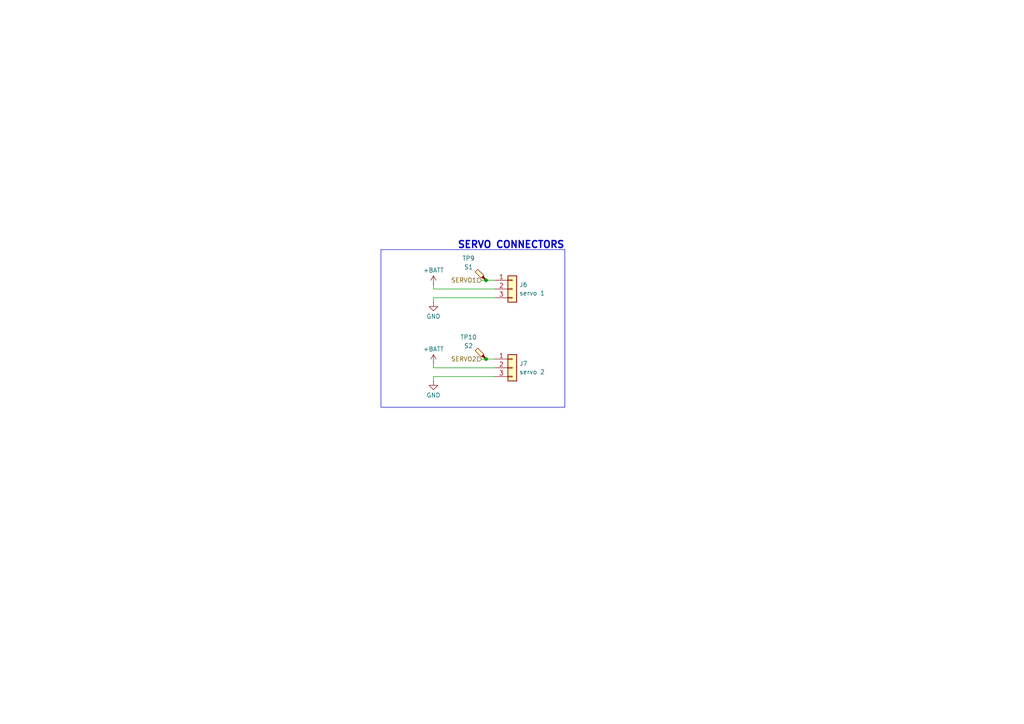
<source format=kicad_sch>
(kicad_sch
	(version 20250114)
	(generator "eeschema")
	(generator_version "9.0")
	(uuid "75c01207-2ea3-4eb5-9ebe-db851c97ada8")
	(paper "A4")
	(title_block
		(title "Ant Robot control board")
		(date "2025-05-05")
		(rev "2.0")
		(company "Filippo Castellan")
	)
	(lib_symbols
		(symbol "Connector:TestPoint_Probe"
			(pin_numbers
				(hide yes)
			)
			(pin_names
				(offset 0.762)
				(hide yes)
			)
			(exclude_from_sim no)
			(in_bom yes)
			(on_board yes)
			(property "Reference" "TP"
				(at 1.651 5.842 0)
				(effects
					(font
						(size 1.27 1.27)
					)
				)
			)
			(property "Value" "TestPoint_Probe"
				(at 1.651 4.064 0)
				(effects
					(font
						(size 1.27 1.27)
					)
				)
			)
			(property "Footprint" ""
				(at 5.08 0 0)
				(effects
					(font
						(size 1.27 1.27)
					)
					(hide yes)
				)
			)
			(property "Datasheet" "~"
				(at 5.08 0 0)
				(effects
					(font
						(size 1.27 1.27)
					)
					(hide yes)
				)
			)
			(property "Description" "test point (alternative probe-style design)"
				(at 0 0 0)
				(effects
					(font
						(size 1.27 1.27)
					)
					(hide yes)
				)
			)
			(property "ki_keywords" "test point tp"
				(at 0 0 0)
				(effects
					(font
						(size 1.27 1.27)
					)
					(hide yes)
				)
			)
			(property "ki_fp_filters" "Pin* Test*"
				(at 0 0 0)
				(effects
					(font
						(size 1.27 1.27)
					)
					(hide yes)
				)
			)
			(symbol "TestPoint_Probe_0_1"
				(polyline
					(pts
						(xy 1.27 0.762) (xy 0 0) (xy 0.762 1.27) (xy 1.27 0.762)
					)
					(stroke
						(width 0)
						(type default)
					)
					(fill
						(type outline)
					)
				)
				(polyline
					(pts
						(xy 1.397 0.635) (xy 0.635 1.397) (xy 2.413 3.175) (xy 3.175 2.413) (xy 1.397 0.635)
					)
					(stroke
						(width 0)
						(type default)
					)
					(fill
						(type background)
					)
				)
			)
			(symbol "TestPoint_Probe_1_1"
				(pin passive line
					(at 0 0 90)
					(length 0)
					(name "1"
						(effects
							(font
								(size 1.27 1.27)
							)
						)
					)
					(number "1"
						(effects
							(font
								(size 1.27 1.27)
							)
						)
					)
				)
			)
			(embedded_fonts no)
		)
		(symbol "Connector_Generic:Conn_01x03"
			(pin_names
				(offset 1.016)
				(hide yes)
			)
			(exclude_from_sim no)
			(in_bom yes)
			(on_board yes)
			(property "Reference" "J"
				(at 0 5.08 0)
				(effects
					(font
						(size 1.27 1.27)
					)
				)
			)
			(property "Value" "Conn_01x03"
				(at 0 -5.08 0)
				(effects
					(font
						(size 1.27 1.27)
					)
				)
			)
			(property "Footprint" ""
				(at 0 0 0)
				(effects
					(font
						(size 1.27 1.27)
					)
					(hide yes)
				)
			)
			(property "Datasheet" "~"
				(at 0 0 0)
				(effects
					(font
						(size 1.27 1.27)
					)
					(hide yes)
				)
			)
			(property "Description" "Generic connector, single row, 01x03, script generated (kicad-library-utils/schlib/autogen/connector/)"
				(at 0 0 0)
				(effects
					(font
						(size 1.27 1.27)
					)
					(hide yes)
				)
			)
			(property "ki_keywords" "connector"
				(at 0 0 0)
				(effects
					(font
						(size 1.27 1.27)
					)
					(hide yes)
				)
			)
			(property "ki_fp_filters" "Connector*:*_1x??_*"
				(at 0 0 0)
				(effects
					(font
						(size 1.27 1.27)
					)
					(hide yes)
				)
			)
			(symbol "Conn_01x03_1_1"
				(rectangle
					(start -1.27 3.81)
					(end 1.27 -3.81)
					(stroke
						(width 0.254)
						(type default)
					)
					(fill
						(type background)
					)
				)
				(rectangle
					(start -1.27 2.667)
					(end 0 2.413)
					(stroke
						(width 0.1524)
						(type default)
					)
					(fill
						(type none)
					)
				)
				(rectangle
					(start -1.27 0.127)
					(end 0 -0.127)
					(stroke
						(width 0.1524)
						(type default)
					)
					(fill
						(type none)
					)
				)
				(rectangle
					(start -1.27 -2.413)
					(end 0 -2.667)
					(stroke
						(width 0.1524)
						(type default)
					)
					(fill
						(type none)
					)
				)
				(pin passive line
					(at -5.08 2.54 0)
					(length 3.81)
					(name "Pin_1"
						(effects
							(font
								(size 1.27 1.27)
							)
						)
					)
					(number "1"
						(effects
							(font
								(size 1.27 1.27)
							)
						)
					)
				)
				(pin passive line
					(at -5.08 0 0)
					(length 3.81)
					(name "Pin_2"
						(effects
							(font
								(size 1.27 1.27)
							)
						)
					)
					(number "2"
						(effects
							(font
								(size 1.27 1.27)
							)
						)
					)
				)
				(pin passive line
					(at -5.08 -2.54 0)
					(length 3.81)
					(name "Pin_3"
						(effects
							(font
								(size 1.27 1.27)
							)
						)
					)
					(number "3"
						(effects
							(font
								(size 1.27 1.27)
							)
						)
					)
				)
			)
			(embedded_fonts no)
		)
		(symbol "power:+BATT"
			(power)
			(pin_numbers
				(hide yes)
			)
			(pin_names
				(offset 0)
				(hide yes)
			)
			(exclude_from_sim no)
			(in_bom yes)
			(on_board yes)
			(property "Reference" "#PWR"
				(at 0 -3.81 0)
				(effects
					(font
						(size 1.27 1.27)
					)
					(hide yes)
				)
			)
			(property "Value" "+BATT"
				(at 0 3.556 0)
				(effects
					(font
						(size 1.27 1.27)
					)
				)
			)
			(property "Footprint" ""
				(at 0 0 0)
				(effects
					(font
						(size 1.27 1.27)
					)
					(hide yes)
				)
			)
			(property "Datasheet" ""
				(at 0 0 0)
				(effects
					(font
						(size 1.27 1.27)
					)
					(hide yes)
				)
			)
			(property "Description" "Power symbol creates a global label with name \"+BATT\""
				(at 0 0 0)
				(effects
					(font
						(size 1.27 1.27)
					)
					(hide yes)
				)
			)
			(property "ki_keywords" "global power battery"
				(at 0 0 0)
				(effects
					(font
						(size 1.27 1.27)
					)
					(hide yes)
				)
			)
			(symbol "+BATT_0_1"
				(polyline
					(pts
						(xy -0.762 1.27) (xy 0 2.54)
					)
					(stroke
						(width 0)
						(type default)
					)
					(fill
						(type none)
					)
				)
				(polyline
					(pts
						(xy 0 2.54) (xy 0.762 1.27)
					)
					(stroke
						(width 0)
						(type default)
					)
					(fill
						(type none)
					)
				)
				(polyline
					(pts
						(xy 0 0) (xy 0 2.54)
					)
					(stroke
						(width 0)
						(type default)
					)
					(fill
						(type none)
					)
				)
			)
			(symbol "+BATT_1_1"
				(pin power_in line
					(at 0 0 90)
					(length 0)
					(name "~"
						(effects
							(font
								(size 1.27 1.27)
							)
						)
					)
					(number "1"
						(effects
							(font
								(size 1.27 1.27)
							)
						)
					)
				)
			)
			(embedded_fonts no)
		)
		(symbol "power:GND"
			(power)
			(pin_numbers
				(hide yes)
			)
			(pin_names
				(offset 0)
				(hide yes)
			)
			(exclude_from_sim no)
			(in_bom yes)
			(on_board yes)
			(property "Reference" "#PWR"
				(at 0 -6.35 0)
				(effects
					(font
						(size 1.27 1.27)
					)
					(hide yes)
				)
			)
			(property "Value" "GND"
				(at 0 -3.81 0)
				(effects
					(font
						(size 1.27 1.27)
					)
				)
			)
			(property "Footprint" ""
				(at 0 0 0)
				(effects
					(font
						(size 1.27 1.27)
					)
					(hide yes)
				)
			)
			(property "Datasheet" ""
				(at 0 0 0)
				(effects
					(font
						(size 1.27 1.27)
					)
					(hide yes)
				)
			)
			(property "Description" "Power symbol creates a global label with name \"GND\" , ground"
				(at 0 0 0)
				(effects
					(font
						(size 1.27 1.27)
					)
					(hide yes)
				)
			)
			(property "ki_keywords" "global power"
				(at 0 0 0)
				(effects
					(font
						(size 1.27 1.27)
					)
					(hide yes)
				)
			)
			(symbol "GND_0_1"
				(polyline
					(pts
						(xy 0 0) (xy 0 -1.27) (xy 1.27 -1.27) (xy 0 -2.54) (xy -1.27 -1.27) (xy 0 -1.27)
					)
					(stroke
						(width 0)
						(type default)
					)
					(fill
						(type none)
					)
				)
			)
			(symbol "GND_1_1"
				(pin power_in line
					(at 0 0 270)
					(length 0)
					(name "~"
						(effects
							(font
								(size 1.27 1.27)
							)
						)
					)
					(number "1"
						(effects
							(font
								(size 1.27 1.27)
							)
						)
					)
				)
			)
			(embedded_fonts no)
		)
	)
	(rectangle
		(start 110.49 72.39)
		(end 163.83 118.11)
		(stroke
			(width 0)
			(type default)
		)
		(fill
			(type none)
		)
		(uuid 4db322da-6d8e-482b-9a52-d42c0e0ecbcb)
	)
	(text "SERVO CONNECTORS"
		(exclude_from_sim no)
		(at 163.83 71.12 0)
		(effects
			(font
				(size 2 2)
				(thickness 0.4)
				(bold yes)
			)
			(justify right)
		)
		(uuid "a1a9aa19-a6b4-41b0-a16c-24f23abb3e17")
	)
	(junction
		(at 140.97 81.28)
		(diameter 0)
		(color 0 0 0 0)
		(uuid "c0a24ffb-ba9e-43f6-b48c-6f7bf161827c")
	)
	(junction
		(at 140.97 104.14)
		(diameter 0)
		(color 0 0 0 0)
		(uuid "f6f8a789-769d-40d5-ac68-fd07ecc25d7c")
	)
	(wire
		(pts
			(xy 143.51 109.22) (xy 125.73 109.22)
		)
		(stroke
			(width 0)
			(type default)
		)
		(uuid "3a0d9700-a55f-46e9-b171-16d76e851478")
	)
	(wire
		(pts
			(xy 140.97 81.28) (xy 143.51 81.28)
		)
		(stroke
			(width 0)
			(type default)
		)
		(uuid "42b67d22-135e-4ccb-89a9-4766e8267a47")
	)
	(wire
		(pts
			(xy 125.73 83.82) (xy 143.51 83.82)
		)
		(stroke
			(width 0)
			(type default)
		)
		(uuid "460aed2e-76f9-45a5-85c9-a0353b520802")
	)
	(wire
		(pts
			(xy 125.73 106.68) (xy 143.51 106.68)
		)
		(stroke
			(width 0)
			(type default)
		)
		(uuid "497f27d2-0104-448a-bbd5-bf7d81234a88")
	)
	(wire
		(pts
			(xy 139.7 81.28) (xy 140.97 81.28)
		)
		(stroke
			(width 0)
			(type default)
		)
		(uuid "7af47fd4-6906-4cdd-9801-8483c79d1bd7")
	)
	(wire
		(pts
			(xy 125.73 86.36) (xy 143.51 86.36)
		)
		(stroke
			(width 0)
			(type default)
		)
		(uuid "7d1eeb55-e68a-406e-ac68-0f9ae6b8c922")
	)
	(wire
		(pts
			(xy 125.73 82.55) (xy 125.73 83.82)
		)
		(stroke
			(width 0)
			(type default)
		)
		(uuid "b1d963f5-822d-435c-82ee-9ecebe037d41")
	)
	(wire
		(pts
			(xy 140.97 104.14) (xy 143.51 104.14)
		)
		(stroke
			(width 0)
			(type default)
		)
		(uuid "c576f63b-05da-4338-8c32-cf051ab23733")
	)
	(wire
		(pts
			(xy 125.73 86.36) (xy 125.73 87.63)
		)
		(stroke
			(width 0)
			(type default)
		)
		(uuid "d5f80d81-8ac4-43ea-9cb6-ea0b29fe814f")
	)
	(wire
		(pts
			(xy 139.7 104.14) (xy 140.97 104.14)
		)
		(stroke
			(width 0)
			(type default)
		)
		(uuid "d7dabaf0-5f8b-43db-80c9-c54b488d0f55")
	)
	(wire
		(pts
			(xy 125.73 109.22) (xy 125.73 110.49)
		)
		(stroke
			(width 0)
			(type default)
		)
		(uuid "e2acc974-d11f-4524-9827-62d0edddb6fe")
	)
	(wire
		(pts
			(xy 125.73 105.41) (xy 125.73 106.68)
		)
		(stroke
			(width 0)
			(type default)
		)
		(uuid "f88066b2-6e49-4dc2-8d3f-db96bad952b6")
	)
	(hierarchical_label "SERVO1"
		(shape input)
		(at 139.7 81.28 180)
		(effects
			(font
				(size 1.27 1.27)
			)
			(justify right)
		)
		(uuid "5475c731-7edb-4433-bab3-584572dc3f86")
	)
	(hierarchical_label "SERVO2"
		(shape input)
		(at 139.7 104.14 180)
		(effects
			(font
				(size 1.27 1.27)
			)
			(justify right)
		)
		(uuid "746c8b89-0404-4d1e-b0ea-2a9f65e2a245")
	)
	(symbol
		(lib_id "Connector_Generic:Conn_01x03")
		(at 148.59 83.82 0)
		(unit 1)
		(exclude_from_sim no)
		(in_bom no)
		(on_board yes)
		(dnp no)
		(fields_autoplaced yes)
		(uuid "08a8d30f-f408-48f9-8ca4-08dd38c2119c")
		(property "Reference" "J6"
			(at 150.622 82.5972 0)
			(effects
				(font
					(size 1.27 1.27)
				)
				(justify left)
			)
		)
		(property "Value" "servo 1"
			(at 150.622 85.0428 0)
			(effects
				(font
					(size 1.27 1.27)
				)
				(justify left)
			)
		)
		(property "Footprint" "Connector_PinHeader_2.54mm:PinHeader_1x03_P2.54mm_Vertical"
			(at 148.59 83.82 0)
			(effects
				(font
					(size 1.27 1.27)
				)
				(hide yes)
			)
		)
		(property "Datasheet" "~"
			(at 148.59 83.82 0)
			(effects
				(font
					(size 1.27 1.27)
				)
				(hide yes)
			)
		)
		(property "Description" "Generic connector, single row, 01x03, script generated (kicad-library-utils/schlib/autogen/connector/)"
			(at 148.59 83.82 0)
			(effects
				(font
					(size 1.27 1.27)
				)
				(hide yes)
			)
		)
		(pin "1"
			(uuid "3a35c1d7-9fc9-474b-9b13-9d052f6fa6cc")
		)
		(pin "3"
			(uuid "0f2f4c16-fc89-4bf9-8760-ff84c4b88e07")
		)
		(pin "2"
			(uuid "66034e24-bfc6-4bbf-8bb2-7a1aa52456fb")
		)
		(instances
			(project "ant control board v2"
				(path "/53484dc5-354c-4967-b00e-d73de62a4245/11638847-2904-4dcc-b1cc-a24fa7661082"
					(reference "J6")
					(unit 1)
				)
			)
		)
	)
	(symbol
		(lib_id "Connector:TestPoint_Probe")
		(at 140.97 81.28 90)
		(unit 1)
		(exclude_from_sim no)
		(in_bom yes)
		(on_board yes)
		(dnp no)
		(uuid "1b3e1c4f-ccea-4c07-96d1-a9164d8884bd")
		(property "Reference" "TP9"
			(at 135.89 74.93 90)
			(effects
				(font
					(size 1.27 1.27)
				)
			)
		)
		(property "Value" "S1"
			(at 135.89 77.47 90)
			(effects
				(font
					(size 1.27 1.27)
				)
			)
		)
		(property "Footprint" "TestPoint:TestPoint_THTPad_1.5x1.5mm_Drill0.7mm"
			(at 140.97 76.2 0)
			(effects
				(font
					(size 1.27 1.27)
				)
				(hide yes)
			)
		)
		(property "Datasheet" "~"
			(at 140.97 76.2 0)
			(effects
				(font
					(size 1.27 1.27)
				)
				(hide yes)
			)
		)
		(property "Description" "test point (alternative probe-style design)"
			(at 140.97 81.28 0)
			(effects
				(font
					(size 1.27 1.27)
				)
				(hide yes)
			)
		)
		(pin "1"
			(uuid "9dab7593-cc28-490c-849f-d6b75e6c63f7")
		)
		(instances
			(project "ant control board v2"
				(path "/53484dc5-354c-4967-b00e-d73de62a4245/11638847-2904-4dcc-b1cc-a24fa7661082"
					(reference "TP9")
					(unit 1)
				)
			)
		)
	)
	(symbol
		(lib_id "power:GND")
		(at 125.73 87.63 0)
		(unit 1)
		(exclude_from_sim no)
		(in_bom yes)
		(on_board yes)
		(dnp no)
		(uuid "2f2bfce3-6f26-48d2-b469-7d6a36ed4cea")
		(property "Reference" "#PWR027"
			(at 125.73 93.98 0)
			(effects
				(font
					(size 1.27 1.27)
				)
				(hide yes)
			)
		)
		(property "Value" "GND"
			(at 125.73 91.7837 0)
			(effects
				(font
					(size 1.27 1.27)
				)
			)
		)
		(property "Footprint" ""
			(at 125.73 87.63 0)
			(effects
				(font
					(size 1.27 1.27)
				)
				(hide yes)
			)
		)
		(property "Datasheet" ""
			(at 125.73 87.63 0)
			(effects
				(font
					(size 1.27 1.27)
				)
				(hide yes)
			)
		)
		(property "Description" "Power symbol creates a global label with name \"GND\" , ground"
			(at 125.73 87.63 0)
			(effects
				(font
					(size 1.27 1.27)
				)
				(hide yes)
			)
		)
		(pin "1"
			(uuid "61b48f06-908a-4aa0-9186-7c0e51b38a05")
		)
		(instances
			(project "ant control board v2"
				(path "/53484dc5-354c-4967-b00e-d73de62a4245/11638847-2904-4dcc-b1cc-a24fa7661082"
					(reference "#PWR027")
					(unit 1)
				)
			)
		)
	)
	(symbol
		(lib_id "power:GND")
		(at 125.73 110.49 0)
		(unit 1)
		(exclude_from_sim no)
		(in_bom yes)
		(on_board yes)
		(dnp no)
		(uuid "6043be70-436c-4e71-a6a1-4c7047333b3c")
		(property "Reference" "#PWR029"
			(at 125.73 116.84 0)
			(effects
				(font
					(size 1.27 1.27)
				)
				(hide yes)
			)
		)
		(property "Value" "GND"
			(at 125.73 114.6437 0)
			(effects
				(font
					(size 1.27 1.27)
				)
			)
		)
		(property "Footprint" ""
			(at 125.73 110.49 0)
			(effects
				(font
					(size 1.27 1.27)
				)
				(hide yes)
			)
		)
		(property "Datasheet" ""
			(at 125.73 110.49 0)
			(effects
				(font
					(size 1.27 1.27)
				)
				(hide yes)
			)
		)
		(property "Description" "Power symbol creates a global label with name \"GND\" , ground"
			(at 125.73 110.49 0)
			(effects
				(font
					(size 1.27 1.27)
				)
				(hide yes)
			)
		)
		(pin "1"
			(uuid "bd8d7432-ae99-4cda-9a75-76e6f21afc5f")
		)
		(instances
			(project "ant control board v2"
				(path "/53484dc5-354c-4967-b00e-d73de62a4245/11638847-2904-4dcc-b1cc-a24fa7661082"
					(reference "#PWR029")
					(unit 1)
				)
			)
		)
	)
	(symbol
		(lib_id "power:+BATT")
		(at 125.73 105.41 0)
		(unit 1)
		(exclude_from_sim no)
		(in_bom yes)
		(on_board yes)
		(dnp no)
		(fields_autoplaced yes)
		(uuid "6a44ba1d-8a64-4d1f-bba1-80c756a67658")
		(property "Reference" "#PWR028"
			(at 125.73 109.22 0)
			(effects
				(font
					(size 1.27 1.27)
				)
				(hide yes)
			)
		)
		(property "Value" "+BATT"
			(at 125.73 101.2563 0)
			(effects
				(font
					(size 1.27 1.27)
				)
			)
		)
		(property "Footprint" ""
			(at 125.73 105.41 0)
			(effects
				(font
					(size 1.27 1.27)
				)
				(hide yes)
			)
		)
		(property "Datasheet" ""
			(at 125.73 105.41 0)
			(effects
				(font
					(size 1.27 1.27)
				)
				(hide yes)
			)
		)
		(property "Description" "Power symbol creates a global label with name \"+BATT\""
			(at 125.73 105.41 0)
			(effects
				(font
					(size 1.27 1.27)
				)
				(hide yes)
			)
		)
		(pin "1"
			(uuid "ddbd574f-b2b9-4129-98d5-2450663906b7")
		)
		(instances
			(project "ant control board v2"
				(path "/53484dc5-354c-4967-b00e-d73de62a4245/11638847-2904-4dcc-b1cc-a24fa7661082"
					(reference "#PWR028")
					(unit 1)
				)
			)
		)
	)
	(symbol
		(lib_id "power:+BATT")
		(at 125.73 82.55 0)
		(unit 1)
		(exclude_from_sim no)
		(in_bom yes)
		(on_board yes)
		(dnp no)
		(fields_autoplaced yes)
		(uuid "b6d3ed15-248e-4620-89a6-a08341d286ac")
		(property "Reference" "#PWR026"
			(at 125.73 86.36 0)
			(effects
				(font
					(size 1.27 1.27)
				)
				(hide yes)
			)
		)
		(property "Value" "+BATT"
			(at 125.73 78.3963 0)
			(effects
				(font
					(size 1.27 1.27)
				)
			)
		)
		(property "Footprint" ""
			(at 125.73 82.55 0)
			(effects
				(font
					(size 1.27 1.27)
				)
				(hide yes)
			)
		)
		(property "Datasheet" ""
			(at 125.73 82.55 0)
			(effects
				(font
					(size 1.27 1.27)
				)
				(hide yes)
			)
		)
		(property "Description" "Power symbol creates a global label with name \"+BATT\""
			(at 125.73 82.55 0)
			(effects
				(font
					(size 1.27 1.27)
				)
				(hide yes)
			)
		)
		(pin "1"
			(uuid "ac6bde2e-a513-4037-a619-0442731159ea")
		)
		(instances
			(project "ant control board v2"
				(path "/53484dc5-354c-4967-b00e-d73de62a4245/11638847-2904-4dcc-b1cc-a24fa7661082"
					(reference "#PWR026")
					(unit 1)
				)
			)
		)
	)
	(symbol
		(lib_id "Connector_Generic:Conn_01x03")
		(at 148.59 106.68 0)
		(unit 1)
		(exclude_from_sim no)
		(in_bom no)
		(on_board yes)
		(dnp no)
		(fields_autoplaced yes)
		(uuid "b87713fe-e7a6-46b2-b833-ea2dd1a1dce7")
		(property "Reference" "J7"
			(at 150.622 105.4572 0)
			(effects
				(font
					(size 1.27 1.27)
				)
				(justify left)
			)
		)
		(property "Value" "servo 2"
			(at 150.622 107.9028 0)
			(effects
				(font
					(size 1.27 1.27)
				)
				(justify left)
			)
		)
		(property "Footprint" "Connector_PinHeader_2.54mm:PinHeader_1x03_P2.54mm_Vertical"
			(at 148.59 106.68 0)
			(effects
				(font
					(size 1.27 1.27)
				)
				(hide yes)
			)
		)
		(property "Datasheet" "~"
			(at 148.59 106.68 0)
			(effects
				(font
					(size 1.27 1.27)
				)
				(hide yes)
			)
		)
		(property "Description" "Generic connector, single row, 01x03, script generated (kicad-library-utils/schlib/autogen/connector/)"
			(at 148.59 106.68 0)
			(effects
				(font
					(size 1.27 1.27)
				)
				(hide yes)
			)
		)
		(pin "1"
			(uuid "f133a3ef-cca3-4d41-88bb-77be0806c006")
		)
		(pin "3"
			(uuid "b51478d2-ffc7-476b-a291-08ff038b3e94")
		)
		(pin "2"
			(uuid "afb9beff-07e0-4c04-bf7d-cade3bbb7b73")
		)
		(instances
			(project "ant control board v2"
				(path "/53484dc5-354c-4967-b00e-d73de62a4245/11638847-2904-4dcc-b1cc-a24fa7661082"
					(reference "J7")
					(unit 1)
				)
			)
		)
	)
	(symbol
		(lib_id "Connector:TestPoint_Probe")
		(at 140.97 104.14 90)
		(unit 1)
		(exclude_from_sim no)
		(in_bom yes)
		(on_board yes)
		(dnp no)
		(uuid "fe1ffd66-f436-4205-b568-5b6942905367")
		(property "Reference" "TP10"
			(at 135.89 97.79 90)
			(effects
				(font
					(size 1.27 1.27)
				)
			)
		)
		(property "Value" "S2"
			(at 135.89 100.33 90)
			(effects
				(font
					(size 1.27 1.27)
				)
			)
		)
		(property "Footprint" "TestPoint:TestPoint_THTPad_1.5x1.5mm_Drill0.7mm"
			(at 140.97 99.06 0)
			(effects
				(font
					(size 1.27 1.27)
				)
				(hide yes)
			)
		)
		(property "Datasheet" "~"
			(at 140.97 99.06 0)
			(effects
				(font
					(size 1.27 1.27)
				)
				(hide yes)
			)
		)
		(property "Description" "test point (alternative probe-style design)"
			(at 140.97 104.14 0)
			(effects
				(font
					(size 1.27 1.27)
				)
				(hide yes)
			)
		)
		(pin "1"
			(uuid "661d8782-de20-48a9-9dcb-65bf2f282fd8")
		)
		(instances
			(project "ant control board v2"
				(path "/53484dc5-354c-4967-b00e-d73de62a4245/11638847-2904-4dcc-b1cc-a24fa7661082"
					(reference "TP10")
					(unit 1)
				)
			)
		)
	)
)

</source>
